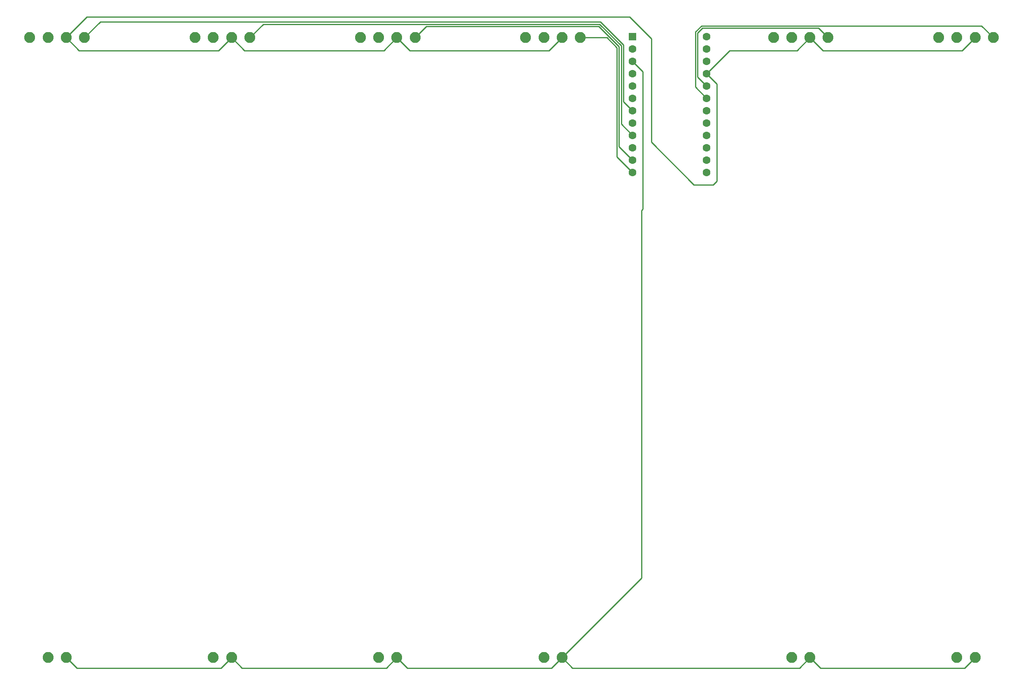
<source format=gbr>
%TF.GenerationSoftware,KiCad,Pcbnew,(5.1.6)-1*%
%TF.CreationDate,2020-07-07T10:02:33+02:00*%
%TF.ProjectId,Snackboard_pro_micro,536e6163-6b62-46f6-9172-645f70726f5f,rev?*%
%TF.SameCoordinates,Original*%
%TF.FileFunction,Copper,L2,Bot*%
%TF.FilePolarity,Positive*%
%FSLAX46Y46*%
G04 Gerber Fmt 4.6, Leading zero omitted, Abs format (unit mm)*
G04 Created by KiCad (PCBNEW (5.1.6)-1) date 2020-07-07 10:02:33*
%MOMM*%
%LPD*%
G01*
G04 APERTURE LIST*
%TA.AperFunction,ComponentPad*%
%ADD10R,1.600000X1.600000*%
%TD*%
%TA.AperFunction,ComponentPad*%
%ADD11C,1.600000*%
%TD*%
%TA.AperFunction,ComponentPad*%
%ADD12C,2.250000*%
%TD*%
%TA.AperFunction,Conductor*%
%ADD13C,0.250000*%
%TD*%
G04 APERTURE END LIST*
D10*
%TO.P,U1,1*%
%TO.N,Net-(U1-Pad1)*%
X196395000Y-36420000D03*
D11*
%TO.P,U1,2*%
%TO.N,Net-(U1-Pad2)*%
X196395000Y-38960000D03*
%TO.P,U1,3*%
%TO.N,GND*%
X196395000Y-41500000D03*
%TO.P,U1,4*%
%TO.N,Net-(U1-Pad4)*%
X196395000Y-44040000D03*
%TO.P,U1,5*%
%TO.N,Net-(U1-Pad5)*%
X196395000Y-46580000D03*
%TO.P,U1,6*%
%TO.N,Net-(U1-Pad6)*%
X196395000Y-49120000D03*
%TO.P,U1,7*%
%TO.N,A5*%
X196395000Y-51660000D03*
%TO.P,U1,8*%
%TO.N,Net-(U1-Pad8)*%
X196395000Y-54200000D03*
%TO.P,U1,9*%
%TO.N,A4*%
X196395000Y-56740000D03*
%TO.P,U1,10*%
%TO.N,Net-(U1-Pad10)*%
X196395000Y-59280000D03*
%TO.P,U1,11*%
%TO.N,A3*%
X196395000Y-61820000D03*
%TO.P,U1,12*%
%TO.N,A2*%
X196395000Y-64360000D03*
%TO.P,U1,13*%
%TO.N,Net-(U1-Pad13)*%
X211635000Y-64360000D03*
%TO.P,U1,14*%
%TO.N,Net-(U1-Pad14)*%
X211635000Y-61820000D03*
%TO.P,U1,15*%
%TO.N,Net-(U1-Pad15)*%
X211635000Y-59280000D03*
%TO.P,U1,16*%
%TO.N,Net-(U1-Pad16)*%
X211635000Y-56740000D03*
%TO.P,U1,17*%
%TO.N,Net-(U1-Pad17)*%
X211635000Y-54200000D03*
%TO.P,U1,18*%
%TO.N,Net-(U1-Pad18)*%
X211635000Y-51660000D03*
%TO.P,U1,19*%
%TO.N,A0*%
X211635000Y-49120000D03*
%TO.P,U1,20*%
%TO.N,A1*%
X211635000Y-46580000D03*
%TO.P,U1,21*%
%TO.N,5V*%
X211635000Y-44040000D03*
%TO.P,U1,22*%
%TO.N,Net-(U1-Pad22)*%
X211635000Y-41500000D03*
%TO.P,U1,23*%
%TO.N,Net-(U1-Pad23)*%
X211635000Y-38960000D03*
%TO.P,U1,24*%
%TO.N,Net-(U1-Pad24)*%
X211635000Y-36420000D03*
%TD*%
D12*
%TO.P,VR6,B3*%
%TO.N,Net-(VR6-PadB3)*%
X76140000Y-164140000D03*
%TO.P,VR6,B2*%
%TO.N,Net-(VR6-PadB2)*%
X72390000Y-36640000D03*
%TO.P,VR6,B1*%
%TO.N,Net-(VR6-PadB1)*%
X76140000Y-36640000D03*
%TO.P,VR6,A3*%
%TO.N,GND*%
X79890000Y-164140000D03*
%TO.P,VR6,A2*%
%TO.N,A5*%
X83640000Y-36640000D03*
%TO.P,VR6,A1*%
%TO.N,5V*%
X79890000Y-36640000D03*
%TD*%
%TO.P,VR5,B3*%
%TO.N,Net-(VR5-PadB3)*%
X110140000Y-164140000D03*
%TO.P,VR5,B2*%
%TO.N,Net-(VR5-PadB2)*%
X106390000Y-36640000D03*
%TO.P,VR5,B1*%
%TO.N,Net-(VR5-PadB1)*%
X110140000Y-36640000D03*
%TO.P,VR5,A3*%
%TO.N,GND*%
X113890000Y-164140000D03*
%TO.P,VR5,A2*%
%TO.N,A4*%
X117640000Y-36640000D03*
%TO.P,VR5,A1*%
%TO.N,5V*%
X113890000Y-36640000D03*
%TD*%
%TO.P,VR1,B3*%
%TO.N,Net-(VR1-PadB3)*%
X263140000Y-164140000D03*
%TO.P,VR1,B2*%
%TO.N,Net-(VR1-PadB2)*%
X259390000Y-36640000D03*
%TO.P,VR1,B1*%
%TO.N,Net-(VR1-PadB1)*%
X263140000Y-36640000D03*
%TO.P,VR1,A3*%
%TO.N,GND*%
X266890000Y-164140000D03*
%TO.P,VR1,A2*%
%TO.N,A0*%
X270640000Y-36640000D03*
%TO.P,VR1,A1*%
%TO.N,5V*%
X266890000Y-36640000D03*
%TD*%
%TO.P,VR2,B3*%
%TO.N,Net-(VR2-PadB3)*%
X229140000Y-164140000D03*
%TO.P,VR2,B2*%
%TO.N,Net-(VR2-PadB2)*%
X225390000Y-36640000D03*
%TO.P,VR2,B1*%
%TO.N,Net-(VR2-PadB1)*%
X229140000Y-36640000D03*
%TO.P,VR2,A3*%
%TO.N,GND*%
X232890000Y-164140000D03*
%TO.P,VR2,A2*%
%TO.N,A1*%
X236640000Y-36640000D03*
%TO.P,VR2,A1*%
%TO.N,5V*%
X232890000Y-36640000D03*
%TD*%
%TO.P,VR3,B3*%
%TO.N,Net-(VR3-PadB3)*%
X178140000Y-164140000D03*
%TO.P,VR3,B2*%
%TO.N,Net-(VR3-PadB2)*%
X174390000Y-36640000D03*
%TO.P,VR3,B1*%
%TO.N,Net-(VR3-PadB1)*%
X178140000Y-36640000D03*
%TO.P,VR3,A3*%
%TO.N,GND*%
X181890000Y-164140000D03*
%TO.P,VR3,A2*%
%TO.N,A2*%
X185640000Y-36640000D03*
%TO.P,VR3,A1*%
%TO.N,5V*%
X181890000Y-36640000D03*
%TD*%
%TO.P,VR4,B3*%
%TO.N,Net-(VR4-PadB3)*%
X144140000Y-164140000D03*
%TO.P,VR4,B2*%
%TO.N,Net-(VR4-PadB2)*%
X140390000Y-36640000D03*
%TO.P,VR4,B1*%
%TO.N,Net-(VR4-PadB1)*%
X144140000Y-36640000D03*
%TO.P,VR4,A3*%
%TO.N,GND*%
X147890000Y-164140000D03*
%TO.P,VR4,A2*%
%TO.N,A3*%
X151640000Y-36640000D03*
%TO.P,VR4,A1*%
%TO.N,5V*%
X147890000Y-36640000D03*
%TD*%
D13*
%TO.N,5V*%
X181890000Y-36640000D02*
X179230000Y-39300000D01*
X150550000Y-39300000D02*
X147890000Y-36640000D01*
X179230000Y-39300000D02*
X150550000Y-39300000D01*
X147890000Y-36640000D02*
X145230000Y-39300000D01*
X116550000Y-39300000D02*
X113890000Y-36640000D01*
X145230000Y-39300000D02*
X116550000Y-39300000D01*
X113890000Y-36640000D02*
X111230000Y-39300000D01*
X82550000Y-39300000D02*
X79890000Y-36640000D01*
X111230000Y-39300000D02*
X82550000Y-39300000D01*
X235550000Y-39300000D02*
X264230000Y-39300000D01*
X232890000Y-36640000D02*
X235550000Y-39300000D01*
X264230000Y-39300000D02*
X266890000Y-36640000D01*
X216375000Y-39300000D02*
X211635000Y-44040000D01*
X232890000Y-36640000D02*
X230230000Y-39300000D01*
X230230000Y-39300000D02*
X216375000Y-39300000D01*
X84140000Y-32390000D02*
X79890000Y-36640000D01*
X200265000Y-36890000D02*
X195765000Y-32390000D01*
X200265000Y-58140000D02*
X200265000Y-36890000D01*
X213765000Y-46170000D02*
X213765000Y-66140000D01*
X211635000Y-44040000D02*
X213765000Y-46170000D01*
X195765000Y-32390000D02*
X84140000Y-32390000D01*
X213765000Y-66140000D02*
X213015000Y-66890000D01*
X209015000Y-66890000D02*
X200265000Y-58140000D01*
X213015000Y-66890000D02*
X209015000Y-66890000D01*
%TO.N,A0*%
X209314990Y-46799990D02*
X211635000Y-49120000D01*
X209314990Y-35453600D02*
X209314990Y-46799990D01*
X210578599Y-34189991D02*
X209314990Y-35453600D01*
X268189991Y-34189991D02*
X210578599Y-34189991D01*
X270640000Y-36640000D02*
X268189991Y-34189991D01*
%TO.N,A5*%
X83640000Y-36640000D02*
X86880018Y-33399982D01*
%TO.N,GND*%
X79890000Y-164140000D02*
X82050000Y-166300000D01*
X111730000Y-166300000D02*
X113890000Y-164140000D01*
X82050000Y-166300000D02*
X111730000Y-166300000D01*
X113890000Y-164140000D02*
X116050000Y-166300000D01*
X145730000Y-166300000D02*
X147890000Y-164140000D01*
X116050000Y-166300000D02*
X145730000Y-166300000D01*
X147890000Y-164140000D02*
X150050000Y-166300000D01*
X179730000Y-166300000D02*
X181890000Y-164140000D01*
X150050000Y-166300000D02*
X179730000Y-166300000D01*
X181890000Y-164140000D02*
X184050000Y-166300000D01*
X230730000Y-166300000D02*
X232890000Y-164140000D01*
X232890000Y-164140000D02*
X235050000Y-166300000D01*
X264730000Y-166300000D02*
X266890000Y-164140000D01*
X235050000Y-166300000D02*
X264730000Y-166300000D01*
X184050000Y-166300000D02*
X230730000Y-166300000D01*
X196395000Y-41500000D02*
X197520001Y-42625001D01*
X198265000Y-147765000D02*
X181890000Y-164140000D01*
X198515000Y-71890000D02*
X198265000Y-72140000D01*
X198265000Y-72140000D02*
X198265000Y-147765000D01*
X196395000Y-41500000D02*
X198515000Y-43620000D01*
X198515000Y-43620000D02*
X198515000Y-71890000D01*
%TO.N,A1*%
X236640000Y-36640000D02*
X234640000Y-34640000D01*
X234640000Y-34640000D02*
X210765000Y-34640000D01*
X210765000Y-34640000D02*
X209765000Y-35640000D01*
X209765000Y-44710000D02*
X211635000Y-46580000D01*
X209765000Y-35640000D02*
X209765000Y-44710000D01*
%TO.N,A2*%
X185640000Y-36640000D02*
X191128590Y-36640000D01*
X193164970Y-61129970D02*
X196395000Y-64360000D01*
X193164970Y-38676380D02*
X193164970Y-61129970D01*
X191128590Y-36640000D02*
X193164970Y-38676380D01*
%TO.N,A4*%
X120430009Y-33849991D02*
X189619989Y-33849991D01*
X117640000Y-36640000D02*
X120430009Y-33849991D01*
%TO.N,A3*%
X153980000Y-34300000D02*
X151640000Y-36640000D01*
X189425000Y-34300000D02*
X193614980Y-38489980D01*
X153980000Y-34300000D02*
X189425000Y-34300000D01*
X193614980Y-59039980D02*
X196395000Y-61820000D01*
X193614980Y-38489980D02*
X193614980Y-59039980D01*
%TO.N,A4*%
X189619989Y-33849991D02*
X194064990Y-38294992D01*
X194064990Y-54409990D02*
X196395000Y-56740000D01*
X194064990Y-38294992D02*
X194064990Y-54409990D01*
%TO.N,A5*%
X86880018Y-33399982D02*
X155005018Y-33399982D01*
X155005018Y-33399982D02*
X155015000Y-33390000D01*
X189796408Y-33390000D02*
X194515000Y-38108592D01*
X155015000Y-33390000D02*
X189796408Y-33390000D01*
X194515000Y-49780000D02*
X196395000Y-51660000D01*
X194515000Y-38108592D02*
X194515000Y-49780000D01*
%TD*%
M02*

</source>
